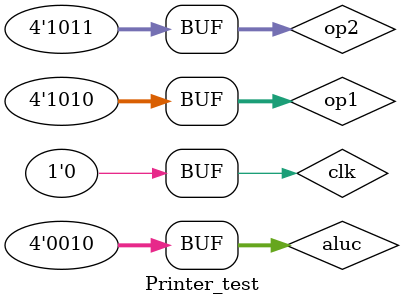
<source format=v>
`timescale 1ns/1ps
`include "ALU_Print.v"

module Printer_test();
    reg [3:0] op1;
    reg [3:0] op2;
    reg [3:0] aluc;

    wire [3:0] res;
    
    reg clk = 0;
    
    Printer p1( {op1, op2}, clk, aluc, res);

    initial begin 
        $dumpfile("Printer.vcd");
        $dumpvars;

        op1 = 4'b1010;
        op2 = 4'b1011;
        aluc = 4'b0010;
        clk = ~clk;

        #100 
        clk = ~clk;
    end
endmodule
</source>
